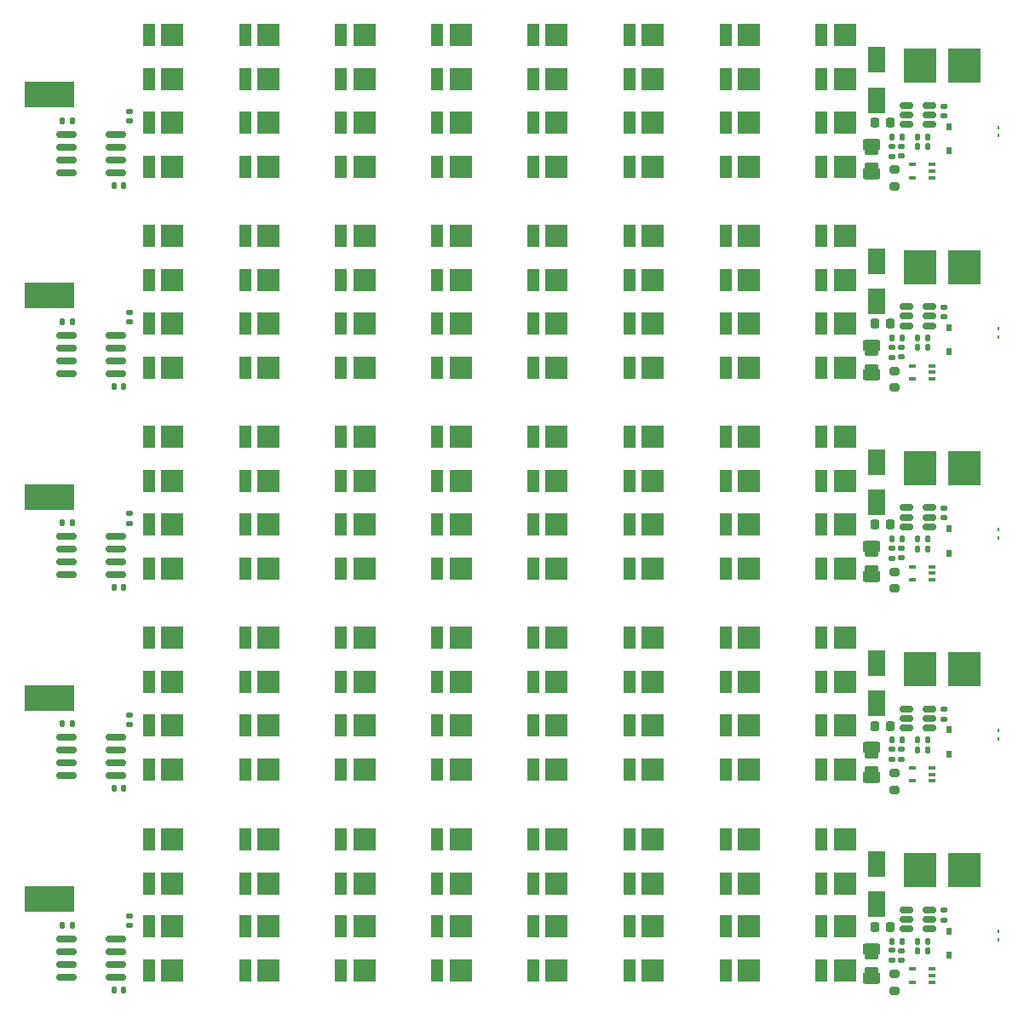
<source format=gtp>
G04 #@! TF.GenerationSoftware,KiCad,Pcbnew,(6.0.5)*
G04 #@! TF.CreationDate,2023-07-06T00:18:52+08:00*
G04 #@! TF.ProjectId,panel,70616e65-6c2e-46b6-9963-61645f706362,rev?*
G04 #@! TF.SameCoordinates,Original*
G04 #@! TF.FileFunction,Paste,Top*
G04 #@! TF.FilePolarity,Positive*
%FSLAX46Y46*%
G04 Gerber Fmt 4.6, Leading zero omitted, Abs format (unit mm)*
G04 Created by KiCad (PCBNEW (6.0.5)) date 2023-07-06 00:18:52*
%MOMM*%
%LPD*%
G01*
G04 APERTURE LIST*
G04 Aperture macros list*
%AMRoundRect*
0 Rectangle with rounded corners*
0 $1 Rounding radius*
0 $2 $3 $4 $5 $6 $7 $8 $9 X,Y pos of 4 corners*
0 Add a 4 corners polygon primitive as box body*
4,1,4,$2,$3,$4,$5,$6,$7,$8,$9,$2,$3,0*
0 Add four circle primitives for the rounded corners*
1,1,$1+$1,$2,$3*
1,1,$1+$1,$4,$5*
1,1,$1+$1,$6,$7*
1,1,$1+$1,$8,$9*
0 Add four rect primitives between the rounded corners*
20,1,$1+$1,$2,$3,$4,$5,0*
20,1,$1+$1,$4,$5,$6,$7,0*
20,1,$1+$1,$6,$7,$8,$9,0*
20,1,$1+$1,$8,$9,$2,$3,0*%
G04 Aperture macros list end*
%ADD10RoundRect,0.140000X-0.170000X0.140000X-0.170000X-0.140000X0.170000X-0.140000X0.170000X0.140000X0*%
%ADD11R,5.000000X2.600000*%
%ADD12R,2.170000X2.200000*%
%ADD13R,1.220000X2.200000*%
%ADD14R,1.800000X2.500000*%
%ADD15RoundRect,0.140000X0.140000X0.170000X-0.140000X0.170000X-0.140000X-0.170000X0.140000X-0.170000X0*%
%ADD16RoundRect,0.250000X-0.625000X0.312500X-0.625000X-0.312500X0.625000X-0.312500X0.625000X0.312500X0*%
%ADD17RoundRect,0.250000X-0.450000X0.262500X-0.450000X-0.262500X0.450000X-0.262500X0.450000X0.262500X0*%
%ADD18RoundRect,0.135000X0.185000X-0.135000X0.185000X0.135000X-0.185000X0.135000X-0.185000X-0.135000X0*%
%ADD19RoundRect,0.150000X0.825000X0.150000X-0.825000X0.150000X-0.825000X-0.150000X0.825000X-0.150000X0*%
%ADD20RoundRect,0.150000X-0.512500X-0.150000X0.512500X-0.150000X0.512500X0.150000X-0.512500X0.150000X0*%
%ADD21RoundRect,0.200000X0.275000X-0.200000X0.275000X0.200000X-0.275000X0.200000X-0.275000X-0.200000X0*%
%ADD22RoundRect,0.225000X-0.225000X-0.250000X0.225000X-0.250000X0.225000X0.250000X-0.225000X0.250000X0*%
%ADD23RoundRect,0.135000X-0.135000X-0.185000X0.135000X-0.185000X0.135000X0.185000X-0.135000X0.185000X0*%
%ADD24R,0.250000X0.360000*%
%ADD25R,0.650000X0.400000*%
%ADD26R,0.600000X0.800000*%
%ADD27R,3.300000X3.500000*%
G04 APERTURE END LIST*
D10*
X110259969Y-51389997D03*
X110259969Y-50429997D03*
D11*
X102344969Y-28749998D03*
D12*
X133634969Y-47199997D03*
D13*
X131329969Y-47199997D03*
D10*
X191189969Y-90849995D03*
X191189969Y-89889995D03*
D12*
X143184969Y-87199995D03*
D13*
X140879969Y-87199995D03*
D12*
X181384969Y-87199995D03*
D13*
X179079969Y-87199995D03*
D14*
X184539969Y-45299997D03*
X184539969Y-49299997D03*
D12*
X143184969Y-95899995D03*
D13*
X140879969Y-95899995D03*
D12*
X162284969Y-51499997D03*
D13*
X159979969Y-51499997D03*
D12*
X162284969Y-71499996D03*
D13*
X159979969Y-71499996D03*
D15*
X188639969Y-92959995D03*
X189599969Y-92959995D03*
D12*
X171834969Y-102799994D03*
D13*
X169529969Y-102799994D03*
D12*
X133634969Y-75899996D03*
D13*
X131329969Y-75899996D03*
D12*
X162284969Y-62799996D03*
D13*
X159979969Y-62799996D03*
D16*
X184039969Y-56637497D03*
D17*
X184039969Y-56064997D03*
X184039969Y-54239997D03*
D16*
X184039969Y-53712497D03*
D12*
X171834969Y-42799997D03*
D13*
X169529969Y-42799997D03*
D18*
X186069969Y-53869997D03*
X186069969Y-54889997D03*
D10*
X191189969Y-110849994D03*
X191189969Y-109889994D03*
D12*
X152734969Y-62799996D03*
D13*
X150429969Y-62799996D03*
D12*
X114534969Y-27199998D03*
D13*
X112229969Y-27199998D03*
D12*
X114534969Y-71499996D03*
D13*
X112229969Y-71499996D03*
D12*
X133634969Y-111499994D03*
D13*
X131329969Y-111499994D03*
D19*
X103994969Y-56504997D03*
X103994969Y-55234997D03*
X103994969Y-53964997D03*
X103994969Y-52694997D03*
X108944969Y-52694997D03*
X108944969Y-53964997D03*
X108944969Y-55234997D03*
X108944969Y-56504997D03*
D12*
X124084969Y-47199997D03*
D13*
X121779969Y-47199997D03*
D12*
X181384969Y-107199994D03*
D13*
X179079969Y-107199994D03*
D20*
X189817469Y-29839998D03*
X189817469Y-30789998D03*
X189817469Y-31739998D03*
X187542469Y-31739998D03*
X187542469Y-30789998D03*
X187542469Y-29839998D03*
D12*
X143184969Y-75899996D03*
D13*
X140879969Y-75899996D03*
D10*
X110259969Y-31389998D03*
X110259969Y-30429998D03*
D12*
X114534969Y-87199995D03*
D13*
X112229969Y-87199995D03*
D17*
X184039969Y-116064994D03*
D16*
X184039969Y-116637494D03*
D17*
X184039969Y-114239994D03*
D16*
X184039969Y-113712494D03*
D12*
X124084969Y-102799994D03*
D13*
X121779969Y-102799994D03*
D12*
X152734969Y-115899994D03*
D13*
X150429969Y-115899994D03*
D18*
X186069969Y-113869994D03*
X186069969Y-114889994D03*
D12*
X114534969Y-67199996D03*
D13*
X112229969Y-67199996D03*
D21*
X186299969Y-76224996D03*
X186299969Y-77874996D03*
D19*
X103994969Y-76504996D03*
X103994969Y-75234996D03*
X103994969Y-73964996D03*
X103994969Y-72694996D03*
X108944969Y-72694996D03*
X108944969Y-73964996D03*
X108944969Y-75234996D03*
X108944969Y-76504996D03*
D12*
X114534969Y-91499995D03*
D13*
X112229969Y-91499995D03*
D22*
X185884969Y-51539997D03*
X184334969Y-51539997D03*
D23*
X187059969Y-72959996D03*
X186039969Y-72959996D03*
D12*
X152734969Y-91499995D03*
D13*
X150429969Y-91499995D03*
D12*
X181384969Y-35899998D03*
D13*
X179079969Y-35899998D03*
D12*
X162284969Y-91499995D03*
D13*
X159979969Y-91499995D03*
D23*
X104579969Y-111339994D03*
X103559969Y-111339994D03*
D14*
X184539969Y-65299996D03*
X184539969Y-69299996D03*
D12*
X114534969Y-95899995D03*
D13*
X112229969Y-95899995D03*
D12*
X124084969Y-55899997D03*
D13*
X121779969Y-55899997D03*
D12*
X143184969Y-111499994D03*
D13*
X140879969Y-111499994D03*
D20*
X189817469Y-109839994D03*
X189817469Y-110789994D03*
X189817469Y-111739994D03*
X187542469Y-111739994D03*
X187542469Y-110789994D03*
X187542469Y-109839994D03*
D12*
X143184969Y-55899997D03*
D13*
X140879969Y-55899997D03*
D12*
X124084969Y-82799995D03*
D13*
X121779969Y-82799995D03*
D12*
X171834969Y-115899994D03*
D13*
X169529969Y-115899994D03*
D12*
X133634969Y-67199996D03*
D13*
X131329969Y-67199996D03*
D10*
X110259969Y-91389995D03*
X110259969Y-90429995D03*
D12*
X114534969Y-107199994D03*
D13*
X112229969Y-107199994D03*
D12*
X152734969Y-67199996D03*
D13*
X150429969Y-67199996D03*
D11*
X102344969Y-68749996D03*
D12*
X181384969Y-82799995D03*
D13*
X179079969Y-82799995D03*
D23*
X104579969Y-91339995D03*
X103559969Y-91339995D03*
D12*
X162284969Y-22799998D03*
D13*
X159979969Y-22799998D03*
D12*
X181384969Y-91499995D03*
D13*
X179079969Y-91499995D03*
D12*
X181384969Y-115899994D03*
D13*
X179079969Y-115899994D03*
D12*
X171834969Y-111499994D03*
D13*
X169529969Y-111499994D03*
D12*
X114534969Y-35899998D03*
D13*
X112229969Y-35899998D03*
D12*
X162284969Y-31499998D03*
D13*
X159979969Y-31499998D03*
D12*
X181384969Y-111499994D03*
D13*
X179079969Y-111499994D03*
D12*
X181384969Y-67199996D03*
D13*
X179079969Y-67199996D03*
D12*
X162284969Y-111499994D03*
D13*
X159979969Y-111499994D03*
D24*
X196639969Y-32844998D03*
X196639969Y-32004998D03*
D15*
X108779969Y-77779996D03*
X109739969Y-77779996D03*
D12*
X124084969Y-67199996D03*
D13*
X121779969Y-67199996D03*
D15*
X188639969Y-112959994D03*
X189599969Y-112959994D03*
D25*
X188129969Y-97009995D03*
X188129969Y-95709995D03*
X190029969Y-95709995D03*
X190029969Y-96359995D03*
X190029969Y-97009995D03*
D10*
X187009969Y-54839997D03*
X187009969Y-53879997D03*
D19*
X103994969Y-36504998D03*
X103994969Y-35234998D03*
X103994969Y-33964998D03*
X103994969Y-32694998D03*
X108944969Y-32694998D03*
X108944969Y-33964998D03*
X108944969Y-35234998D03*
X108944969Y-36504998D03*
D12*
X114534969Y-47199997D03*
D13*
X112229969Y-47199997D03*
D10*
X110259969Y-71389996D03*
X110259969Y-70429996D03*
D23*
X187059969Y-32959998D03*
X186039969Y-32959998D03*
D12*
X181384969Y-75899996D03*
D13*
X179079969Y-75899996D03*
D12*
X181384969Y-22799998D03*
D13*
X179079969Y-22799998D03*
D12*
X114534969Y-111499994D03*
D13*
X112229969Y-111499994D03*
D25*
X188129969Y-37009998D03*
X188129969Y-35709998D03*
X190029969Y-35709998D03*
X190029969Y-36359998D03*
X190029969Y-37009998D03*
D12*
X171834969Y-82799995D03*
D13*
X169529969Y-82799995D03*
D26*
X191709969Y-54339997D03*
X191709969Y-51939997D03*
D15*
X188639969Y-72959996D03*
X189599969Y-72959996D03*
D12*
X181384969Y-55899997D03*
D13*
X179079969Y-55899997D03*
D12*
X171834969Y-55899997D03*
D13*
X169529969Y-55899997D03*
D12*
X114534969Y-115899994D03*
D13*
X112229969Y-115899994D03*
D12*
X171834969Y-71499996D03*
D13*
X169529969Y-71499996D03*
D12*
X152734969Y-111499994D03*
D13*
X150429969Y-111499994D03*
D12*
X171834969Y-67199996D03*
D13*
X169529969Y-67199996D03*
D10*
X191189969Y-50849997D03*
X191189969Y-49889997D03*
D12*
X171834969Y-75899996D03*
D13*
X169529969Y-75899996D03*
D12*
X124084969Y-91499995D03*
D13*
X121779969Y-91499995D03*
D12*
X171834969Y-87199995D03*
D13*
X169529969Y-87199995D03*
D12*
X143184969Y-107199994D03*
D13*
X140879969Y-107199994D03*
D15*
X108779969Y-117779994D03*
X109739969Y-117779994D03*
D12*
X133634969Y-95899995D03*
D13*
X131329969Y-95899995D03*
D20*
X189817469Y-89839995D03*
X189817469Y-90789995D03*
X189817469Y-91739995D03*
X187542469Y-91739995D03*
X187542469Y-90789995D03*
X187542469Y-89839995D03*
D21*
X186299969Y-56224997D03*
X186299969Y-57874997D03*
D12*
X152734969Y-27199998D03*
D13*
X150429969Y-27199998D03*
D12*
X143184969Y-102799994D03*
D13*
X140879969Y-102799994D03*
D12*
X181384969Y-62799996D03*
D13*
X179079969Y-62799996D03*
D15*
X108779969Y-97779995D03*
X109739969Y-97779995D03*
D25*
X188129969Y-117009994D03*
X188129969Y-115709994D03*
X190029969Y-115709994D03*
X190029969Y-116359994D03*
X190029969Y-117009994D03*
D22*
X185884969Y-71539996D03*
X184334969Y-71539996D03*
D12*
X143184969Y-47199997D03*
D13*
X140879969Y-47199997D03*
D12*
X152734969Y-102799994D03*
D13*
X150429969Y-102799994D03*
D12*
X171834969Y-107199994D03*
D13*
X169529969Y-107199994D03*
D12*
X143184969Y-35899998D03*
D13*
X140879969Y-35899998D03*
D12*
X124084969Y-31499998D03*
D13*
X121779969Y-31499998D03*
D10*
X187009969Y-94839995D03*
X187009969Y-93879995D03*
D12*
X152734969Y-82799995D03*
D13*
X150429969Y-82799995D03*
D12*
X171834969Y-51499997D03*
D13*
X169529969Y-51499997D03*
D12*
X114534969Y-75899996D03*
D13*
X112229969Y-75899996D03*
D15*
X108779969Y-37779998D03*
X109739969Y-37779998D03*
D12*
X133634969Y-31499998D03*
D13*
X131329969Y-31499998D03*
D12*
X181384969Y-71499996D03*
D13*
X179079969Y-71499996D03*
D12*
X124084969Y-35899998D03*
D13*
X121779969Y-35899998D03*
D12*
X133634969Y-27199998D03*
D13*
X131329969Y-27199998D03*
D12*
X162284969Y-42799997D03*
D13*
X159979969Y-42799997D03*
D12*
X133634969Y-82799995D03*
D13*
X131329969Y-82799995D03*
D23*
X189659969Y-33929998D03*
X188639969Y-33929998D03*
D12*
X124084969Y-95899995D03*
D13*
X121779969Y-95899995D03*
D12*
X114534969Y-55899997D03*
D13*
X112229969Y-55899997D03*
D10*
X110259969Y-111389994D03*
X110259969Y-110429994D03*
D23*
X189659969Y-113929994D03*
X188639969Y-113929994D03*
D12*
X171834969Y-95899995D03*
D13*
X169529969Y-95899995D03*
D12*
X133634969Y-71499996D03*
D13*
X131329969Y-71499996D03*
D12*
X162284969Y-95899995D03*
D13*
X159979969Y-95899995D03*
D26*
X191709969Y-94339995D03*
X191709969Y-91939995D03*
D21*
X186299969Y-96224995D03*
X186299969Y-97874995D03*
D24*
X196639969Y-92844995D03*
X196639969Y-92004995D03*
D14*
X184539969Y-25299998D03*
X184539969Y-29299998D03*
D12*
X152734969Y-47199997D03*
D13*
X150429969Y-47199997D03*
D10*
X191189969Y-70849996D03*
X191189969Y-69889996D03*
D15*
X188639969Y-32959998D03*
X189599969Y-32959998D03*
D12*
X171834969Y-27199998D03*
D13*
X169529969Y-27199998D03*
D12*
X114534969Y-51499997D03*
D13*
X112229969Y-51499997D03*
D12*
X181384969Y-102799994D03*
D13*
X179079969Y-102799994D03*
D12*
X181384969Y-31499998D03*
D13*
X179079969Y-31499998D03*
D12*
X124084969Y-111499994D03*
D13*
X121779969Y-111499994D03*
D23*
X189659969Y-93929995D03*
X188639969Y-93929995D03*
D12*
X152734969Y-87199995D03*
D13*
X150429969Y-87199995D03*
D12*
X124084969Y-42799997D03*
D13*
X121779969Y-42799997D03*
D22*
X185884969Y-91539995D03*
X184334969Y-91539995D03*
D12*
X162284969Y-75899996D03*
D13*
X159979969Y-75899996D03*
D12*
X152734969Y-71499996D03*
D13*
X150429969Y-71499996D03*
D12*
X162284969Y-107199994D03*
D13*
X159979969Y-107199994D03*
D12*
X171834969Y-62799996D03*
D13*
X169529969Y-62799996D03*
D22*
X185884969Y-111539994D03*
X184334969Y-111539994D03*
D12*
X152734969Y-42799997D03*
D13*
X150429969Y-42799997D03*
D12*
X133634969Y-102799994D03*
D13*
X131329969Y-102799994D03*
D12*
X152734969Y-75899996D03*
D13*
X150429969Y-75899996D03*
D12*
X162284969Y-55899997D03*
D13*
X159979969Y-55899997D03*
D12*
X152734969Y-107199994D03*
D13*
X150429969Y-107199994D03*
D12*
X124084969Y-22799998D03*
D13*
X121779969Y-22799998D03*
D27*
X188894969Y-45899997D03*
X193294969Y-45899997D03*
D12*
X162284969Y-67199996D03*
D13*
X159979969Y-67199996D03*
D11*
X102344969Y-88749995D03*
D12*
X124084969Y-51499997D03*
D13*
X121779969Y-51499997D03*
D19*
X103994969Y-96504995D03*
X103994969Y-95234995D03*
X103994969Y-93964995D03*
X103994969Y-92694995D03*
X108944969Y-92694995D03*
X108944969Y-93964995D03*
X108944969Y-95234995D03*
X108944969Y-96504995D03*
D16*
X184039969Y-36637498D03*
D17*
X184039969Y-36064998D03*
D16*
X184039969Y-33712498D03*
D17*
X184039969Y-34239998D03*
D27*
X188894969Y-105899994D03*
X193294969Y-105899994D03*
D12*
X133634969Y-55899997D03*
D13*
X131329969Y-55899997D03*
D12*
X171834969Y-31499998D03*
D13*
X169529969Y-31499998D03*
D21*
X186299969Y-116224994D03*
X186299969Y-117874994D03*
D12*
X133634969Y-22799998D03*
D13*
X131329969Y-22799998D03*
D12*
X124084969Y-71499996D03*
D13*
X121779969Y-71499996D03*
D12*
X143184969Y-42799997D03*
D13*
X140879969Y-42799997D03*
D12*
X143184969Y-71499996D03*
D13*
X140879969Y-71499996D03*
D18*
X186069969Y-33869998D03*
X186069969Y-34889998D03*
D12*
X143184969Y-22799998D03*
D13*
X140879969Y-22799998D03*
D23*
X187059969Y-92959995D03*
X186039969Y-92959995D03*
X187059969Y-112959994D03*
X186039969Y-112959994D03*
D17*
X184039969Y-76064996D03*
D16*
X184039969Y-76637496D03*
X184039969Y-73712496D03*
D17*
X184039969Y-74239996D03*
D12*
X171834969Y-91499995D03*
D13*
X169529969Y-91499995D03*
D10*
X187009969Y-74839996D03*
X187009969Y-73879996D03*
D12*
X133634969Y-115899994D03*
D13*
X131329969Y-115899994D03*
D18*
X186069969Y-93869995D03*
X186069969Y-94889995D03*
D24*
X196639969Y-72844996D03*
X196639969Y-72004996D03*
D12*
X133634969Y-91499995D03*
D13*
X131329969Y-91499995D03*
D12*
X181384969Y-51499997D03*
D13*
X179079969Y-51499997D03*
D27*
X188894969Y-85899995D03*
X193294969Y-85899995D03*
D12*
X114534969Y-22799998D03*
D13*
X112229969Y-22799998D03*
D10*
X187009969Y-34839998D03*
X187009969Y-33879998D03*
D12*
X114534969Y-82799995D03*
D13*
X112229969Y-82799995D03*
D12*
X162284969Y-47199997D03*
D13*
X159979969Y-47199997D03*
D12*
X152734969Y-31499998D03*
D13*
X150429969Y-31499998D03*
D12*
X181384969Y-47199997D03*
D13*
X179079969Y-47199997D03*
D12*
X124084969Y-107199994D03*
D13*
X121779969Y-107199994D03*
D14*
X184539969Y-85299995D03*
X184539969Y-89299995D03*
D11*
X102344969Y-48749997D03*
D12*
X171834969Y-47199997D03*
D13*
X169529969Y-47199997D03*
D23*
X189659969Y-73929996D03*
X188639969Y-73929996D03*
D12*
X143184969Y-27199998D03*
D13*
X140879969Y-27199998D03*
D26*
X191709969Y-114339994D03*
X191709969Y-111939994D03*
D23*
X189659969Y-53929997D03*
X188639969Y-53929997D03*
D12*
X124084969Y-115899994D03*
D13*
X121779969Y-115899994D03*
D12*
X181384969Y-27199998D03*
D13*
X179079969Y-27199998D03*
D12*
X143184969Y-51499997D03*
D13*
X140879969Y-51499997D03*
D12*
X181384969Y-42799997D03*
D13*
X179079969Y-42799997D03*
D12*
X143184969Y-31499998D03*
D13*
X140879969Y-31499998D03*
D18*
X186069969Y-73869996D03*
X186069969Y-74889996D03*
D12*
X133634969Y-51499997D03*
D13*
X131329969Y-51499997D03*
D23*
X104579969Y-31339998D03*
X103559969Y-31339998D03*
D12*
X171834969Y-35899998D03*
D13*
X169529969Y-35899998D03*
D25*
X188129969Y-57009997D03*
X188129969Y-55709997D03*
X190029969Y-55709997D03*
X190029969Y-56359997D03*
X190029969Y-57009997D03*
D23*
X104579969Y-71339996D03*
X103559969Y-71339996D03*
D12*
X162284969Y-102799994D03*
D13*
X159979969Y-102799994D03*
D12*
X152734969Y-55899997D03*
D13*
X150429969Y-55899997D03*
D12*
X114534969Y-31499998D03*
D13*
X112229969Y-31499998D03*
D12*
X143184969Y-62799996D03*
D13*
X140879969Y-62799996D03*
D15*
X108779969Y-57779997D03*
X109739969Y-57779997D03*
D26*
X191709969Y-34339998D03*
X191709969Y-31939998D03*
D12*
X124084969Y-62799996D03*
D13*
X121779969Y-62799996D03*
D12*
X171834969Y-22799998D03*
D13*
X169529969Y-22799998D03*
D12*
X133634969Y-107199994D03*
D13*
X131329969Y-107199994D03*
D12*
X162284969Y-35899998D03*
D13*
X159979969Y-35899998D03*
D14*
X184539969Y-105299994D03*
X184539969Y-109299994D03*
D21*
X186299969Y-36224998D03*
X186299969Y-37874998D03*
D15*
X188639969Y-52959997D03*
X189599969Y-52959997D03*
D16*
X184039969Y-96637495D03*
D17*
X184039969Y-96064995D03*
D16*
X184039969Y-93712495D03*
D17*
X184039969Y-94239995D03*
D11*
X102344969Y-108749994D03*
D12*
X152734969Y-35899998D03*
D13*
X150429969Y-35899998D03*
D10*
X191189969Y-30849998D03*
X191189969Y-29889998D03*
D20*
X189817469Y-49839997D03*
X189817469Y-50789997D03*
X189817469Y-51739997D03*
X187542469Y-51739997D03*
X187542469Y-50789997D03*
X187542469Y-49839997D03*
D12*
X162284969Y-87199995D03*
D13*
X159979969Y-87199995D03*
D12*
X162284969Y-82799995D03*
D13*
X159979969Y-82799995D03*
D26*
X191709969Y-74339996D03*
X191709969Y-71939996D03*
D12*
X143184969Y-82799995D03*
D13*
X140879969Y-82799995D03*
D12*
X124084969Y-87199995D03*
D13*
X121779969Y-87199995D03*
D12*
X133634969Y-62799996D03*
D13*
X131329969Y-62799996D03*
D12*
X143184969Y-91499995D03*
D13*
X140879969Y-91499995D03*
D12*
X143184969Y-67199996D03*
D13*
X140879969Y-67199996D03*
D12*
X124084969Y-75899996D03*
D13*
X121779969Y-75899996D03*
D12*
X133634969Y-42799997D03*
D13*
X131329969Y-42799997D03*
D12*
X114534969Y-102799994D03*
D13*
X112229969Y-102799994D03*
D12*
X152734969Y-95899995D03*
D13*
X150429969Y-95899995D03*
D12*
X152734969Y-51499997D03*
D13*
X150429969Y-51499997D03*
D12*
X143184969Y-115899994D03*
D13*
X140879969Y-115899994D03*
D27*
X188894969Y-65899996D03*
X193294969Y-65899996D03*
D23*
X104579969Y-51339997D03*
X103559969Y-51339997D03*
X187059969Y-52959997D03*
X186039969Y-52959997D03*
D22*
X185884969Y-31539998D03*
X184334969Y-31539998D03*
D12*
X114534969Y-62799996D03*
D13*
X112229969Y-62799996D03*
D19*
X103994969Y-116504994D03*
X103994969Y-115234994D03*
X103994969Y-113964994D03*
X103994969Y-112694994D03*
X108944969Y-112694994D03*
X108944969Y-113964994D03*
X108944969Y-115234994D03*
X108944969Y-116504994D03*
D12*
X162284969Y-115899994D03*
D13*
X159979969Y-115899994D03*
D12*
X114534969Y-42799997D03*
D13*
X112229969Y-42799997D03*
D25*
X188129969Y-77009996D03*
X188129969Y-75709996D03*
X190029969Y-75709996D03*
X190029969Y-76359996D03*
X190029969Y-77009996D03*
D10*
X187009969Y-114839994D03*
X187009969Y-113879994D03*
D12*
X181384969Y-95899995D03*
D13*
X179079969Y-95899995D03*
D27*
X188894969Y-25899998D03*
X193294969Y-25899998D03*
D24*
X196639969Y-52844997D03*
X196639969Y-52004997D03*
D20*
X189817469Y-69839996D03*
X189817469Y-70789996D03*
X189817469Y-71739996D03*
X187542469Y-71739996D03*
X187542469Y-70789996D03*
X187542469Y-69839996D03*
D12*
X124084969Y-27199998D03*
D13*
X121779969Y-27199998D03*
D12*
X152734969Y-22799998D03*
D13*
X150429969Y-22799998D03*
D12*
X162284969Y-27199998D03*
D13*
X159979969Y-27199998D03*
D12*
X133634969Y-35899998D03*
D13*
X131329969Y-35899998D03*
D24*
X196639969Y-112844994D03*
X196639969Y-112004994D03*
D12*
X133634969Y-87199995D03*
D13*
X131329969Y-87199995D03*
M02*

</source>
